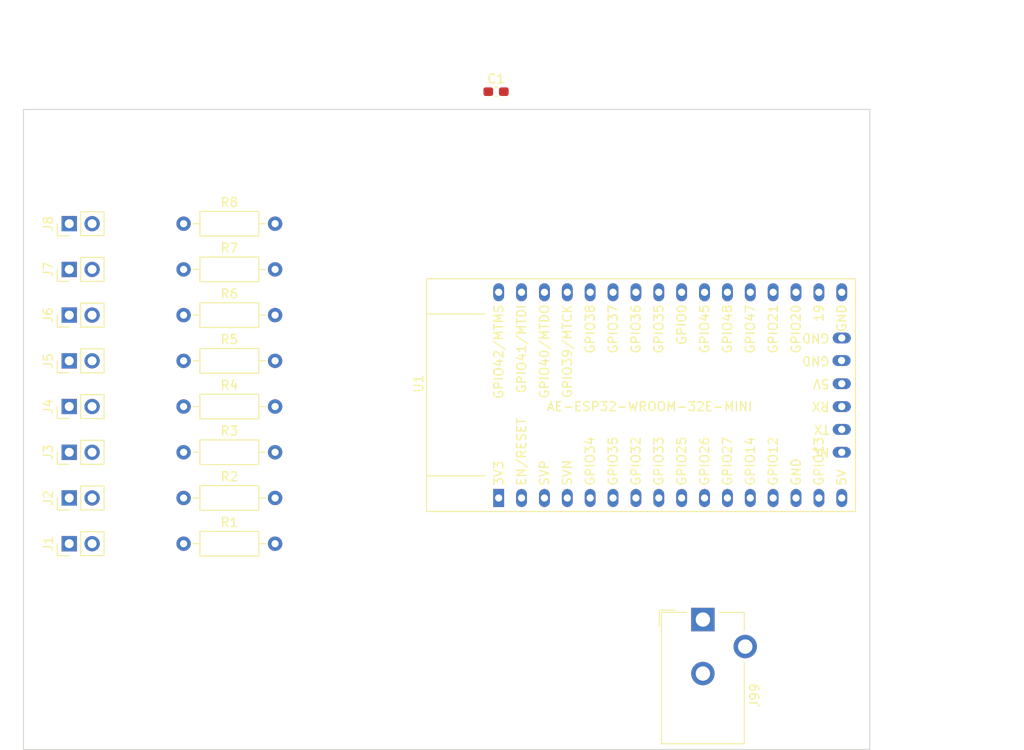
<source format=kicad_pcb>
(kicad_pcb (version 20221018) (generator pcbnew)
  (layers (0 "F.Cu" signal) (31 "B.Cu" signal) (34 "B.Paste" user) (35 "F.Paste" user) (36 "B.SilkS" user "B.Silkscreen") (37 "F.SilkS" user "F.Silkscreen") (38 "B.Mask" user) (39 "F.Mask" user) (44 "Edge.Cuts" user))
  (net 0 "")
  (net 1 "GND")
  (net 2 "+5V")
  (net 25 "Net-(U1-EN{slash}RESET)")
  (net 26 "Net-(J1-Pin_1)")
  (net 27 "/LED1")
  (net 28 "Net-(J2-Pin_1)")
  (net 29 "/LED2")
  (net 30 "Net-(J3-Pin_1)")
  (net 31 "/LED3")
  (net 32 "Net-(J4-Pin_1)")
  (net 33 "/LED4")
  (net 34 "Net-(J5-Pin_1)")
  (net 35 "/LED5")
  (net 36 "Net-(J6-Pin_1)")
  (net 37 "/LED6")
  (net 38 "Net-(J7-Pin_1)")
  (net 39 "/LED7")
  (net 40 "Net-(J8-Pin_1)")
  (net 41 "/LED8")
  (footprint "Resistor_THT:R_Axial_DIN0207_L6.3mm_D2.5mm_P10.16mm_Horizontal" (layer "F.Cu") (at 119.38 91.44)
    (fp_text reference "R5" (at 5.08 -2.37) (layer "F.SilkS"))
    (fp_text value "1k")
    (fp_line (start 1.04 0) (end 1.81 0) (stroke (width 0.12)) (layer "F.SilkS"))
    (fp_line (start 1.81 -1.37) (end 1.81 1.37) (stroke (width 0.12)) (layer "F.SilkS"))
    (fp_line (start 1.81 1.37) (end 8.35 1.37) (stroke (width 0.12)) (layer "F.SilkS"))
    (fp_line (start 8.35 -1.37) (end 1.81 -1.37) (stroke (width 0.12)) (layer "F.SilkS"))
    (fp_line (start 8.35 1.37) (end 8.35 -1.37) (stroke (width 0.12)) (layer "F.SilkS"))
    (fp_line (start 9.12 0) (end 8.35 0) (stroke (width 0.12)) (layer "F.SilkS"))
    (pad "1" thru_hole circle (at 0 0) (size 1.6 1.6) (drill 0.8) (layers "*.Cu" "*.Mask") (net 34 "Net-(J5-Pin_1)"))
    (pad "2" thru_hole oval (at 10.16 0) (size 1.6 1.6) (drill 0.8) (layers "*.Cu" "*.Mask") (net 35 "/LED5"))
  )
  (footprint "MountingHole:MountingHole_2.2mm_M2" (layer "F.Cu") (at 104.14 119.38)
    (fp_text reference "H2" hide)
    (fp_text value "MountingHole")
    (pad "" np_thru_hole circle (at 0 0) (size 2.2 2.2) (drill 2.2) (layers "*.Cu" "*.Mask"))
  )
  (footprint "MountingHole:MountingHole_2.2mm_M2" (layer "F.Cu") (at 190.5 66.04)
    (fp_text reference "H3" hide)
    (fp_text value "MountingHole")
    (pad "" np_thru_hole circle (at 0 0) (size 2.2 2.2) (drill 2.2) (layers "*.Cu" "*.Mask"))
  )
  (footprint "Resistor_THT:R_Axial_DIN0207_L6.3mm_D2.5mm_P10.16mm_Horizontal" (layer "F.Cu") (at 119.38 86.36)
    (fp_text reference "R6" (at 5.08 -2.37) (layer "F.SilkS"))
    (fp_text value "1k")
    (fp_line (start 1.04 0) (end 1.81 0) (stroke (width 0.12)) (layer "F.SilkS"))
    (fp_line (start 1.81 -1.37) (end 1.81 1.37) (stroke (width 0.12)) (layer "F.SilkS"))
    (fp_line (start 1.81 1.37) (end 8.35 1.37) (stroke (width 0.12)) (layer "F.SilkS"))
    (fp_line (start 8.35 -1.37) (end 1.81 -1.37) (stroke (width 0.12)) (layer "F.SilkS"))
    (fp_line (start 8.35 1.37) (end 8.35 -1.37) (stroke (width 0.12)) (layer "F.SilkS"))
    (fp_line (start 9.12 0) (end 8.35 0) (stroke (width 0.12)) (layer "F.SilkS"))
    (pad "1" thru_hole circle (at 0 0) (size 1.6 1.6) (drill 0.8) (layers "*.Cu" "*.Mask") (net 36 "Net-(J6-Pin_1)"))
    (pad "2" thru_hole oval (at 10.16 0) (size 1.6 1.6) (drill 0.8) (layers "*.Cu" "*.Mask") (net 37 "/LED6"))
  )
  (footprint "Connector_BarrelJack:BarrelJack_CUI_PJ-102AH_Horizontal" (layer "F.Cu") (at 177.05 120.19)
    (fp_text reference "J99" (at 5.75 8.45 90) (layer "F.SilkS"))
    (fp_text value "Barrel_Jack")
    (fp_line (start -4.84 -1.04) (end -3.1 -1.04) (stroke (width 0.12)) (layer "F.SilkS"))
    (fp_line (start -4.84 0.7) (end -4.84 -1.04) (stroke (width 0.12)) (layer "F.SilkS"))
    (fp_line (start -4.6 -0.8) (end -1.8 -0.8) (stroke (width 0.12)) (layer "F.SilkS"))
    (fp_line (start -4.6 13.8) (end -4.6 -0.8) (stroke (width 0.12)) (layer "F.SilkS"))
    (fp_line (start 1.8 -0.8) (end 4.6 -0.8) (stroke (width 0.12)) (layer "F.SilkS"))
    (fp_line (start 4.6 -0.8) (end 4.6 1.2) (stroke (width 0.12)) (layer "F.SilkS"))
    (fp_line (start 4.6 4.8) (end 4.6 13.8) (stroke (width 0.12)) (layer "F.SilkS"))
    (fp_line (start 4.6 13.8) (end -4.6 13.8) (stroke (width 0.12)) (layer "F.SilkS"))
    (pad "1" thru_hole rect (at 0 0) (size 2.6 2.6) (drill 1.6) (layers "*.Cu" "*.Mask") (net 2 "+5V"))
    (pad "2" thru_hole circle (at 0 6) (size 2.6 2.6) (drill 1.6) (layers "*.Cu" "*.Mask") (net 1 "GND"))
    (pad "3" thru_hole circle (at 4.7 3) (size 2.6 2.6) (drill 1.6) (layers "*.Cu" "*.Mask"))
  )
  (footprint "Connector_PinHeader_2.54mm:PinHeader_1x02_P2.54mm_Vertical" (layer "F.Cu") (at 106.68 76.2 90)
    (fp_text reference "J8" (at 0 -2.33 90) (layer "F.SilkS"))
    (fp_text value "Conn_01x02_Pin")
    (fp_line (start -1.33 -1.33) (end 0 -1.33) (stroke (width 0.12)) (layer "F.SilkS"))
    (fp_line (start -1.33 0) (end -1.33 -1.33) (stroke (width 0.12)) (layer "F.SilkS"))
    (fp_line (start -1.33 1.27) (end -1.33 3.87) (stroke (width 0.12)) (layer "F.SilkS"))
    (fp_line (start -1.33 1.27) (end 1.33 1.27) (stroke (width 0.12)) (layer "F.SilkS"))
    (fp_line (start -1.33 3.87) (end 1.33 3.87) (stroke (width 0.12)) (layer "F.SilkS"))
    (fp_line (start 1.33 1.27) (end 1.33 3.87) (stroke (width 0.12)) (layer "F.SilkS"))
    (pad "1" thru_hole rect (at 0 0 90) (size 1.7 1.7) (drill 1) (layers "*.Cu" "*.Mask") (net 40 "Net-(J8-Pin_1)"))
    (pad "2" thru_hole oval (at 0 2.54 90) (size 1.7 1.7) (drill 1) (layers "*.Cu" "*.Mask") (net 1 "GND"))
  )
  (footprint "sasimaniki:AE-ESP32-WROOM-32E-MINI" (layer "F.Cu") (at 154.37 106.68 90)
    (fp_text reference "U1" (at 12.7 -8.89 90) (layer "F.SilkS"))
    (fp_text value "AE-ESP32-WROOM-32E-MINI" (at 10.16 16.76128) (layer "F.SilkS"))
    (fp_text user "GND" (at 17.78 36.83 180 unlocked) (layer "F.SilkS") (effects (justify left)))
    (fp_text user "GPIO34" (at 1.27 10.16 90 unlocked) (layer "F.SilkS") (effects (justify left)))
    (fp_text user "19" (at 21.59 35.56 90 unlocked) (layer "F.SilkS") (effects (justify right)))
    (fp_text user "GND" (at 1.27 33.02 90 unlocked) (layer "F.SilkS") (effects (justify left)))
    (fp_text user "GPIO21" (at 21.59 30.48 90 unlocked) (layer "F.SilkS") (effects (justify right)))
    (fp_text user "EN/RESET" (at 1.27 2.54 90 unlocked) (layer "F.SilkS") (effects (justify left)))
    (fp_text user "GPIO36" (at 21.59 15.24 90 unlocked) (layer "F.SilkS") (effects (justify right)))
    (fp_text user "5V" (at 12.7 36.83 180 unlocked) (layer "F.SilkS") (effects (justify left)))
    (fp_text user "TX" (at 7.62 36.83 180 unlocked) (layer "F.SilkS") (effects (justify left)))
    (fp_text user "GPIO40/MTDO" (at 21.59 5.08 90 unlocked) (layer "F.SilkS") (effects (justify right)))
    (fp_text user "GPIO42/MTMS" (at 21.59 0 90 unlocked) (layer "F.SilkS") (effects (justify right)))
    (fp_text user "GPIO37" (at 21.59 12.7 90 unlocked) (layer "F.SilkS") (effects (justify right)))
    (fp_text user "GPIO48" (at 21.59 25.4 90 unlocked) (layer "F.SilkS") (effects (justify right)))
    (fp_text user "GPIO13" (at 1.27 35.56 90 unlocked) (layer "F.SilkS") (effects (justify left)))
    (fp_text user "5V" (at 1.27 38.1 90 unlocked) (layer "F.SilkS") (effects (justify left)))
    (fp_text user "GPIO26" (at 1.27 22.86 90 unlocked) (layer "F.SilkS") (effects (justify left)))
    (fp_text user "GPIO20" (at 21.59 33.02 90 unlocked) (layer "F.SilkS") (effects (justify right)))
    (fp_text user "GPIO39/MTCK" (at 21.59 7.62 90 unlocked) (layer "F.SilkS") (effects (justify right)))
    (fp_text user "SVN" (at 1.27 7.62 90 unlocked) (layer "F.SilkS") (effects (justify left)))
    (fp_text user "GPIO12" (at 1.27 30.48 90 unlocked) (layer "F.SilkS") (effects (justify left)))
    (fp_text user "GPIO35" (at 1.27 12.7 90 unlocked) (layer "F.SilkS") (effects (justify left)))
    (fp_text user "GPIO41/MTDI" (at 21.59 2.54 90 unlocked) (layer "F.SilkS") (effects (justify right)))
    (fp_text user "GPIO32" (at 1.27 15.24 90 unlocked) (layer "F.SilkS") (effects (justify left)))
    (fp_text user "GPIO33" (at 1.27 17.78 90 unlocked) (layer "F.SilkS") (effects (justify left)))
    (fp_text user "NC" (at 5.08 36.83 180 unlocked) (layer "F.SilkS") (effects (justify left)))
    (fp_text user "SVP" (at 1.27 5.08 90 unlocked) (layer "F.SilkS") (effects (justify left)))
    (fp_text user "GPIO14" (at 1.27 27.94 90 unlocked) (layer "F.SilkS") (effects (justify left)))
    (fp_text user "GND" (at 15.24 36.83 180 unlocked) (layer "F.SilkS") (effects (justify left)))
    (fp_text user "GPIO38" (at 21.59 10.16 90 unlocked) (layer "F.SilkS") (effects (justify right)))
    (fp_text user "GPIO45" (at 21.59 22.86 90 unlocked) (layer "F.SilkS") (effects (justify right)))
    (fp_text user "GPIO35" (at 21.59 17.78 90 unlocked) (layer "F.SilkS") (effects (justify right)))
    (fp_text user "RX" (at 10.16 36.83 180 unlocked) (layer "F.SilkS") (effects (justify left)))
    (fp_text user "GPIO47" (at 21.59 27.94 90 unlocked) (layer "F.SilkS") (effects (justify right)))
    (fp_text user "3V3" (at 1.27 0 90 unlocked) (layer "F.SilkS") (effects (justify left)))
    (fp_text user "GND" (at 21.59 38.1 90 unlocked) (layer "F.SilkS") (effects (justify right)))
    (fp_text user "GPIO25" (at 1.27 20.32 90 unlocked) (layer "F.SilkS") (effects (justify left)))
    (fp_text user "GPIO0" (at 21.59 20.32 90 unlocked) (layer "F.SilkS") (effects (justify right)))
    (fp_text user "GPIO27" (at 1.27 25.4 90 unlocked) (layer "F.SilkS") (effects (justify left)))
    (fp_line (start -1.5 -8) (end -1.5 39.62) (stroke (width 0.12)) (layer "F.SilkS"))
    (fp_line (start -1.5 39.62) (end 24.359999 39.62) (stroke (width 0.12)) (layer "F.SilkS"))
    (fp_line (start 2.46012 -1.5) (end 2.46012 -8) (stroke (width 0.12)) (layer "F.SilkS"))
    (fp_line (start 20.44332 -8) (end 20.44332 -1.5) (stroke (width 0.12)) (layer "F.SilkS"))
    (fp_line (start 24.359999 39.62) (end 24.36 -8) (stroke (width 0.12)) (layer "F.SilkS"))
    (fp_line (start 24.36 -8) (end -1.5 -8) (stroke (width 0.12)) (layer "F.SilkS"))
    (pad "1" thru_hole rect (at 0 0) (size 1.2 2) (drill 0.8) (layers "*.Cu" "*.Mask"))
    (pad "2" thru_hole oval (at 0 2.54) (size 1.2 2) (drill 0.8) (layers "*.Cu" "*.Mask") (net 25 "Net-(U1-EN{slash}RESET)"))
    (pad "3" thru_hole oval (at 0 5.08) (size 1.2 2) (drill 0.8) (layers "*.Cu" "*.Mask"))
    (pad "4" thru_hole oval (at 0 7.62) (size 1.2 2) (drill 0.8) (layers "*.Cu" "*.Mask"))
    (pad "5" thru_hole oval (at 0 10.16) (size 1.2 2) (drill 0.8) (layers "*.Cu" "*.Mask"))
    (pad "6" thru_hole oval (at 0 12.7) (size 1.2 2) (drill 0.8) (layers "*.Cu" "*.Mask"))
    (pad "7" thru_hole oval (at 0 15.24) (size 1.2 2) (drill 0.8) (layers "*.Cu" "*.Mask"))
    (pad "8" thru_hole oval (at 0 17.78) (size 1.2 2) (drill 0.8) (layers "*.Cu" "*.Mask"))
    (pad "9" thru_hole oval (at 0 20.32) (size 1.2 2) (drill 0.8) (layers "*.Cu" "*.Mask"))
    (pad "10" thru_hole oval (at 0 22.86) (size 1.2 2) (drill 0.8) (layers "*.Cu" "*.Mask"))
    (pad "11" thru_hole oval (at 0 25.4) (size 1.2 2) (drill 0.8) (layers "*.Cu" "*.Mask"))
    (pad "12" thru_hole oval (at 0 27.94) (size 1.2 2) (drill 0.8) (layers "*.Cu" "*.Mask"))
    (pad "13" thru_hole oval (at 0 30.48) (size 1.2 2) (drill 0.8) (layers "*.Cu" "*.Mask") (net 27 "/LED1"))
    (pad "14" thru_hole oval (at 0 33.02) (size 1.2 2) (drill 0.8) (layers "*.Cu" "*.Mask") (net 1 "GND"))
    (pad "15" thru_hole oval (at 0 35.56) (size 1.2 2) (drill 0.8) (layers "*.Cu" "*.Mask"))
    (pad "16" thru_hole oval (at 0 38.1) (size 1.2 2) (drill 0.8) (layers "*.Cu" "*.Mask") (net 2 "+5V"))
    (pad "17" thru_hole oval (at 22.86 27.94) (size 1.2 2) (drill 0.8) (layers "*.Cu" "*.Mask"))
    (pad "18" thru_hole oval (at 22.86 30.48) (size 1.2 2) (drill 0.8) (layers "*.Cu" "*.Mask"))
    (pad "19" thru_hole oval (at 22.86 33.02) (size 1.2 2) (drill 0.8) (layers "*.Cu" "*.Mask"))
    (pad "20" thru_hole oval (at 22.85632 35.55728) (size 1.2 2) (drill 0.8) (layers "*.Cu" "*.Mask"))
    (pad "21" thru_hole oval (at 22.85632 38.09728) (size 1.2 2) (drill 0.8) (layers "*.Cu" "*.Mask") (net 29 "/LED2"))
    (pad "22" thru_hole oval (at 22.86 25.4) (size 1.2 2) (drill 0.8) (layers "*.Cu" "*.Mask") (net 31 "/LED3"))
    (pad "23" thru_hole oval (at 22.86 22.86) (size 1.2 2) (drill 0.8) (layers "*.Cu" "*.Mask"))
    (pad "24" thru_hole oval (at 22.86 20.32) (size 1.2 2) (drill 0.8) (layers "*.Cu" "*.Mask") (net 33 "/LED4"))
    (pad "25" thru_hole oval (at 22.86 17.78) (size 1.2 2) (drill 0.8) (layers "*.Cu" "*.Mask") (net 35 "/LED5"))
    (pad "26" thru_hole oval (at 22.86 15.24) (size 1.2 2) (drill 0.8) (layers "*.Cu" "*.Mask") (net 1 "GND"))
    (pad "27" thru_hole oval (at 22.86 12.7) (size 1.2 2) (drill 0.8) (layers "*.Cu" "*.Mask") (net 37 "/LED6"))
    (pad "28" thru_hole oval (at 22.86 10.16) (size 1.2 2) (drill 0.8) (layers "*.Cu" "*.Mask"))
    (pad "29" thru_hole oval (at 22.86 7.62) (size 1.2 2) (drill 0.8) (layers "*.Cu" "*.Mask"))
    (pad "30" thru_hole oval (at 22.86 5.08) (size 1.2 2) (drill 0.8) (layers "*.Cu" "*.Mask") (net 39 "/LED7"))
    (pad "31" thru_hole oval (at 22.86 2.54) (size 1.2 2) (drill 0.8) (layers "*.Cu" "*.Mask") (net 41 "/LED8"))
    (pad "32" thru_hole oval (at 22.86 0) (size 1.2 2) (drill 0.8) (layers "*.Cu" "*.Mask") (net 1 "GND"))
    (pad "33" thru_hole oval (at 5.08 38.1) (size 2 1.2) (drill 0.8) (layers "*.Cu" "*.Mask"))
    (pad "34" thru_hole oval (at 7.62 38.1) (size 2 1.2) (drill 0.8) (layers "*.Cu" "*.Mask"))
    (pad "35" thru_hole oval (at 10.16 38.1) (size 2 1.2) (drill 0.8) (layers "*.Cu" "*.Mask"))
    (pad "36" thru_hole oval (at 12.7 38.1) (size 2 1.2) (drill 0.8) (layers "*.Cu" "*.Mask"))
    (pad "37" thru_hole oval (at 15.274408 38.076495) (size 2 1.2) (drill 0.8) (layers "*.Cu" "*.Mask"))
    (pad "38" thru_hole oval (at 17.78 38.1) (size 2 1.2) (drill 0.8) (layers "*.Cu" "*.Mask"))
  )
  (footprint "Connector_PinHeader_2.54mm:PinHeader_1x02_P2.54mm_Vertical" (layer "F.Cu") (at 106.68 91.44 90)
    (fp_text reference "J5" (at 0 -2.33 90) (layer "F.SilkS"))
    (fp_text value "Conn_01x02_Pin")
    (fp_line (start -1.33 -1.33) (end 0 -1.33) (stroke (width 0.12)) (layer "F.SilkS"))
    (fp_line (start -1.33 0) (end -1.33 -1.33) (stroke (width 0.12)) (layer "F.SilkS"))
    (fp_line (start -1.33 1.27) (end -1.33 3.87) (stroke (width 0.12)) (layer "F.SilkS"))
    (fp_line (start -1.33 1.27) (end 1.33 1.27) (stroke (width 0.12)) (layer "F.SilkS"))
    (fp_line (start -1.33 3.87) (end 1.33 3.87) (stroke (width 0.12)) (layer "F.SilkS"))
    (fp_line (start 1.33 1.27) (end 1.33 3.87) (stroke (width 0.12)) (layer "F.SilkS"))
    (pad "1" thru_hole rect (at 0 0 90) (size 1.7 1.7) (drill 1) (layers "*.Cu" "*.Mask") (net 34 "Net-(J5-Pin_1)"))
    (pad "2" thru_hole oval (at 0 2.54 90) (size 1.7 1.7) (drill 1) (layers "*.Cu" "*.Mask") (net 1 "GND"))
  )
  (footprint "Resistor_THT:R_Axial_DIN0207_L6.3mm_D2.5mm_P10.16mm_Horizontal" (layer "F.Cu") (at 119.38 81.28)
    (fp_text reference "R7" (at 5.08 -2.37) (layer "F.SilkS"))
    (fp_text value "1k")
    (fp_line (start 1.04 0) (end 1.81 0) (stroke (width 0.12)) (layer "F.SilkS"))
    (fp_line (start 1.81 -1.37) (end 1.81 1.37) (stroke (width 0.12)) (layer "F.SilkS"))
    (fp_line (start 1.81 1.37) (end 8.35 1.37) (stroke (width 0.12)) (layer "F.SilkS"))
    (fp_line (start 8.35 -1.37) (end 1.81 -1.37) (stroke (width 0.12)) (layer "F.SilkS"))
    (fp_line (start 8.35 1.37) (end 8.35 -1.37) (stroke (width 0.12)) (layer "F.SilkS"))
    (fp_line (start 9.12 0) (end 8.35 0) (stroke (width 0.12)) (layer "F.SilkS"))
    (pad "1" thru_hole circle (at 0 0) (size 1.6 1.6) (drill 0.8) (layers "*.Cu" "*.Mask") (net 38 "Net-(J7-Pin_1)"))
    (pad "2" thru_hole oval (at 10.16 0) (size 1.6 1.6) (drill 0.8) (layers "*.Cu" "*.Mask") (net 39 "/LED7"))
  )
  (footprint "Connector_PinHeader_2.54mm:PinHeader_1x02_P2.54mm_Vertical" (layer "F.Cu") (at 106.68 101.6 90)
    (fp_text reference "J3" (at 0 -2.33 90) (layer "F.SilkS"))
    (fp_text value "Conn_01x02_Pin")
    (fp_line (start -1.33 -1.33) (end 0 -1.33) (stroke (width 0.12)) (layer "F.SilkS"))
    (fp_line (start -1.33 0) (end -1.33 -1.33) (stroke (width 0.12)) (layer "F.SilkS"))
    (fp_line (start -1.33 1.27) (end -1.33 3.87) (stroke (width 0.12)) (layer "F.SilkS"))
    (fp_line (start -1.33 1.27) (end 1.33 1.27) (stroke (width 0.12)) (layer "F.SilkS"))
    (fp_line (start -1.33 3.87) (end 1.33 3.87) (stroke (width 0.12)) (layer "F.SilkS"))
    (fp_line (start 1.33 1.27) (end 1.33 3.87) (stroke (width 0.12)) (layer "F.SilkS"))
    (pad "1" thru_hole rect (at 0 0 90) (size 1.7 1.7) (drill 1) (layers "*.Cu" "*.Mask") (net 30 "Net-(J3-Pin_1)"))
    (pad "2" thru_hole oval (at 0 2.54 90) (size 1.7 1.7) (drill 1) (layers "*.Cu" "*.Mask") (net 1 "GND"))
  )
  (footprint "Connector_PinHeader_2.54mm:PinHeader_1x02_P2.54mm_Vertical" (layer "F.Cu") (at 106.68 81.28 90)
    (fp_text reference "J7" (at 0 -2.33 90) (layer "F.SilkS"))
    (fp_text value "Conn_01x02_Pin")
    (fp_line (start -1.33 -1.33) (end 0 -1.33) (stroke (width 0.12)) (layer "F.SilkS"))
    (fp_line (start -1.33 0) (end -1.33 -1.33) (stroke (width 0.12)) (layer "F.SilkS"))
    (fp_line (start -1.33 1.27) (end -1.33 3.87) (stroke (width 0.12)) (layer "F.SilkS"))
    (fp_line (start -1.33 1.27) (end 1.33 1.27) (stroke (width 0.12)) (layer "F.SilkS"))
    (fp_line (start -1.33 3.87) (end 1.33 3.87) (stroke (width 0.12)) (layer "F.SilkS"))
    (fp_line (start 1.33 1.27) (end 1.33 3.87) (stroke (width 0.12)) (layer "F.SilkS"))
    (pad "1" thru_hole rect (at 0 0 90) (size 1.7 1.7) (drill 1) (layers "*.Cu" "*.Mask") (net 38 "Net-(J7-Pin_1)"))
    (pad "2" thru_hole oval (at 0 2.54 90) (size 1.7 1.7) (drill 1) (layers "*.Cu" "*.Mask") (net 1 "GND"))
  )
  (footprint "Connector_PinHeader_2.54mm:PinHeader_1x02_P2.54mm_Vertical" (layer "F.Cu") (at 106.68 106.68 90)
    (fp_text reference "J2" (at 0 -2.33 90) (layer "F.SilkS"))
    (fp_text value "Conn_01x02_Pin")
    (fp_line (start -1.33 -1.33) (end 0 -1.33) (stroke (width 0.12)) (layer "F.SilkS"))
    (fp_line (start -1.33 0) (end -1.33 -1.33) (stroke (width 0.12)) (layer "F.SilkS"))
    (fp_line (start -1.33 1.27) (end -1.33 3.87) (stroke (width 0.12)) (layer "F.SilkS"))
    (fp_line (start -1.33 1.27) (end 1.33 1.27) (stroke (width 0.12)) (layer "F.SilkS"))
    (fp_line (start -1.33 3.87) (end 1.33 3.87) (stroke (width 0.12)) (layer "F.SilkS"))
    (fp_line (start 1.33 1.27) (end 1.33 3.87) (stroke (width 0.12)) (layer "F.SilkS"))
    (pad "1" thru_hole rect (at 0 0 90) (size 1.7 1.7) (drill 1) (layers "*.Cu" "*.Mask") (net 28 "Net-(J2-Pin_1)"))
    (pad "2" thru_hole oval (at 0 2.54 90) (size 1.7 1.7) (drill 1) (layers "*.Cu" "*.Mask") (net 1 "GND"))
  )
  (footprint "Connector_PinHeader_2.54mm:PinHeader_1x02_P2.54mm_Vertical" (layer "F.Cu") (at 106.68 96.52 90)
    (fp_text reference "J4" (at 0 -2.33 90) (layer "F.SilkS"))
    (fp_text value "Conn_01x02_Pin")
    (fp_line (start -1.33 -1.33) (end 0 -1.33) (stroke (width 0.12)) (layer "F.SilkS"))
    (fp_line (start -1.33 0) (end -1.33 -1.33) (stroke (width 0.12)) (layer "F.SilkS"))
    (fp_line (start -1.33 1.27) (end -1.33 3.87) (stroke (width 0.12)) (layer "F.SilkS"))
    (fp_line (start -1.33 1.27) (end 1.33 1.27) (stroke (width 0.12)) (layer "F.SilkS"))
    (fp_line (start -1.33 3.87) (end 1.33 3.87) (stroke (width 0.12)) (layer "F.SilkS"))
    (fp_line (start 1.33 1.27) (end 1.33 3.87) (stroke (width 0.12)) (layer "F.SilkS"))
    (pad "1" thru_hole rect (at 0 0 90) (size 1.7 1.7) (drill 1) (layers "*.Cu" "*.Mask") (net 32 "Net-(J4-Pin_1)"))
    (pad "2" thru_hole oval (at 0 2.54 90) (size 1.7 1.7) (drill 1) (layers "*.Cu" "*.Mask") (net 1 "GND"))
  )
  (footprint "Resistor_THT:R_Axial_DIN0207_L6.3mm_D2.5mm_P10.16mm_Horizontal" (layer "F.Cu") (at 119.38 96.52)
    (fp_text reference "R4" (at 5.08 -2.37) (layer "F.SilkS"))
    (fp_text value "1k")
    (fp_line (start 1.04 0) (end 1.81 0) (stroke (width 0.12)) (layer "F.SilkS"))
    (fp_line (start 1.81 -1.37) (end 1.81 1.37) (stroke (width 0.12)) (layer "F.SilkS"))
    (fp_line (start 1.81 1.37) (end 8.35 1.37) (stroke (width 0.12)) (layer "F.SilkS"))
    (fp_line (start 8.35 -1.37) (end 1.81 -1.37) (stroke (width 0.12)) (layer "F.SilkS"))
    (fp_line (start 8.35 1.37) (end 8.35 -1.37) (stroke (width 0.12)) (layer "F.SilkS"))
    (fp_line (start 9.12 0) (end 8.35 0) (stroke (width 0.12)) (layer "F.SilkS"))
    (pad "1" thru_hole circle (at 0 0) (size 1.6 1.6) (drill 0.8) (layers "*.Cu" "*.Mask") (net 32 "Net-(J4-Pin_1)"))
    (pad "2" thru_hole oval (at 10.16 0) (size 1.6 1.6) (drill 0.8) (layers "*.Cu" "*.Mask") (net 33 "/LED4"))
  )
  (footprint "Resistor_THT:R_Axial_DIN0207_L6.3mm_D2.5mm_P10.16mm_Horizontal" (layer "F.Cu") (at 119.38 111.76)
    (fp_text reference "R1" (at 5.08 -2.37) (layer "F.SilkS"))
    (fp_text value "1k")
    (fp_line (start 1.04 0) (end 1.81 0) (stroke (width 0.12)) (layer "F.SilkS"))
    (fp_line (start 1.81 -1.37) (end 1.81 1.37) (stroke (width 0.12)) (layer "F.SilkS"))
    (fp_line (start 1.81 1.37) (end 8.35 1.37) (stroke (width 0.12)) (layer "F.SilkS"))
    (fp_line (start 8.35 -1.37) (end 1.81 -1.37) (stroke (width 0.12)) (layer "F.SilkS"))
    (fp_line (start 8.35 1.37) (end 8.35 -1.37) (stroke (width 0.12)) (layer "F.SilkS"))
    (fp_line (start 9.12 0) (end 8.35 0) (stroke (width 0.12)) (layer "F.SilkS"))
    (pad "1" thru_hole circle (at 0 0) (size 1.6 1.6) (drill 0.8) (layers "*.Cu" "*.Mask") (net 26 "Net-(J1-Pin_1)"))
    (pad "2" thru_hole oval (at 10.16 0) (size 1.6 1.6) (drill 0.8) (layers "*.Cu" "*.Mask") (net 27 "/LED1"))
  )
  (footprint "Capacitor_SMD:C_0603_1608Metric_Pad1.08x0.95mm_HandSolder" (layer "F.Cu") (at 154.0775 61.53)
    (fp_text reference "C1" (at 0 -1.43) (layer "F.SilkS"))
    (fp_text value "C")
    (fp_line (start -0.146267 -0.51) (end 0.146267 -0.51) (stroke (width 0.12)) (layer "F.SilkS"))
    (fp_line (start -0.146267 0.51) (end 0.146267 0.51) (stroke (width 0.12)) (layer "F.SilkS"))
    (pad "1" smd roundrect (at -0.8625 0) (size 1.075 0.95) (layers "F.Cu" "F.Paste" "F.Mask") (net 25 "Net-(U1-EN{slash}RESET)"))
    (pad "2" smd roundrect (at 0.8625 0) (size 1.075 0.95) (layers "F.Cu" "F.Paste" "F.Mask") (net 1 "GND"))
  )
  (footprint "Resistor_THT:R_Axial_DIN0207_L6.3mm_D2.5mm_P10.16mm_Horizontal" (layer "F.Cu") (at 119.38 106.68)
    (fp_text reference "R2" (at 5.08 -2.37) (layer "F.SilkS"))
    (fp_text value "1k")
    (fp_line (start 1.04 0) (end 1.81 0) (stroke (width 0.12)) (layer "F.SilkS"))
    (fp_line (start 1.81 -1.37) (end 1.81 1.37) (stroke (width 0.12)) (layer "F.SilkS"))
    (fp_line (start 1.81 1.37) (end 8.35 1.37) (stroke (width 0.12)) (layer "F.SilkS"))
    (fp_line (start 8.35 -1.37) (end 1.81 -1.37) (stroke (width 0.12)) (layer "F.SilkS"))
    (fp_line (start 8.35 1.37) (end 8.35 -1.37) (stroke (width 0.12)) (layer "F.SilkS"))
    (fp_line (start 9.12 0) (end 8.35 0) (stroke (width 0.12)) (layer "F.SilkS"))
    (pad "1" thru_hole circle (at 0 0) (size 1.6 1.6) (drill 0.8) (layers "*.Cu" "*.Mask") (net 28 "Net-(J2-Pin_1)"))
    (pad "2" thru_hole oval (at 10.16 0) (size 1.6 1.6) (drill 0.8) (layers "*.Cu" "*.Mask") (net 29 "/LED2"))
  )
  (footprint "Resistor_THT:R_Axial_DIN0207_L6.3mm_D2.5mm_P10.16mm_Horizontal" (layer "F.Cu") (at 119.38 76.2)
    (fp_text reference "R8" (at 5.08 -2.37) (layer "F.SilkS"))
    (fp_text value "1k")
    (fp_line (start 1.04 0) (end 1.81 0) (stroke (width 0.12)) (layer "F.SilkS"))
    (fp_line (start 1.81 -1.37) (end 1.81 1.37) (stroke (width 0.12)) (layer "F.SilkS"))
    (fp_line (start 1.81 1.37) (end 8.35 1.37) (stroke (width 0.12)) (layer "F.SilkS"))
    (fp_line (start 8.35 -1.37) (end 1.81 -1.37) (stroke (width 0.12)) (layer "F.SilkS"))
    (fp_line (start 8.35 1.37) (end 8.35 -1.37) (stroke (width 0.12)) (layer "F.SilkS"))
    (fp_line (start 9.12 0) (end 8.35 0) (stroke (width 0.12)) (layer "F.SilkS"))
    (pad "1" thru_hole circle (at 0 0) (size 1.6 1.6) (drill 0.8) (layers "*.Cu" "*.Mask") (net 40 "Net-(J8-Pin_1)"))
    (pad "2" thru_hole oval (at 10.16 0) (size 1.6 1.6) (drill 0.8) (layers "*.Cu" "*.Mask") (net 41 "/LED8"))
  )
  (footprint "Connector_PinHeader_2.54mm:PinHeader_1x02_P2.54mm_Vertical" (layer "F.Cu") (at 106.68 111.76 90)
    (fp_text reference "J1" (at 0 -2.33 90) (layer "F.SilkS"))
    (fp_text value "Conn_01x02_Pin")
    (fp_line (start -1.33 -1.33) (end 0 -1.33) (stroke (width 0.12)) (layer "F.SilkS"))
    (fp_line (start -1.33 0) (end -1.33 -1.33) (stroke (width 0.12)) (layer "F.SilkS"))
    (fp_line (start -1.33 1.27) (end -1.33 3.87) (stroke (width 0.12)) (layer "F.SilkS"))
    (fp_line (start -1.33 1.27) (end 1.33 1.27) (stroke (width 0.12)) (layer "F.SilkS"))
    (fp_line (start -1.33 3.87) (end 1.33 3.87) (stroke (width 0.12)) (layer "F.SilkS"))
    (fp_line (start 1.33 1.27) (end 1.33 3.87) (stroke (width 0.12)) (layer "F.SilkS"))
    (pad "1" thru_hole rect (at 0 0 90) (size 1.7 1.7) (drill 1) (layers "*.Cu" "*.Mask") (net 26 "Net-(J1-Pin_1)"))
    (pad "2" thru_hole oval (at 0 2.54 90) (size 1.7 1.7) (drill 1) (layers "*.Cu" "*.Mask") (net 1 "GND"))
  )
  (footprint "MountingHole:MountingHole_2.2mm_M2" (layer "F.Cu") (at 106.68 66.04)
    (fp_text reference "H1" hide)
    (fp_text value "MountingHole")
    (pad "" np_thru_hole circle (at 0 0) (size 2.2 2.2) (drill 2.2) (layers "*.Cu" "*.Mask"))
  )
  (footprint "Resistor_THT:R_Axial_DIN0207_L6.3mm_D2.5mm_P10.16mm_Horizontal" (layer "F.Cu") (at 119.38 101.6)
    (fp_text reference "R3" (at 5.08 -2.37) (layer "F.SilkS"))
    (fp_text value "1k")
    (fp_line (start 1.04 0) (end 1.81 0) (stroke (width 0.12)) (layer "F.SilkS"))
    (fp_line (start 1.81 -1.37) (end 1.81 1.37) (stroke (width 0.12)) (layer "F.SilkS"))
    (fp_line (start 1.81 1.37) (end 8.35 1.37) (stroke (width 0.12)) (layer "F.SilkS"))
    (fp_line (start 8.35 -1.37) (end 1.81 -1.37) (stroke (width 0.12)) (layer "F.SilkS"))
    (fp_line (start 8.35 1.37) (end 8.35 -1.37) (stroke (width 0.12)) (layer "F.SilkS"))
    (fp_line (start 9.12 0) (end 8.35 0) (stroke (width 0.12)) (layer "F.SilkS"))
    (pad "1" thru_hole circle (at 0 0) (size 1.6 1.6) (drill 0.8) (layers "*.Cu" "*.Mask") (net 30 "Net-(J3-Pin_1)"))
    (pad "2" thru_hole oval (at 10.16 0) (size 1.6 1.6) (drill 0.8) (layers "*.Cu" "*.Mask") (net 31 "/LED3"))
  )
  (footprint "Connector_PinHeader_2.54mm:PinHeader_1x02_P2.54mm_Vertical" (layer "F.Cu") (at 106.68 86.36 90)
    (fp_text reference "J6" (at 0 -2.33 90) (layer "F.SilkS"))
    (fp_text value "Conn_01x02_Pin")
    (fp_line (start -1.33 -1.33) (end 0 -1.33) (stroke (width 0.12)) (layer "F.SilkS"))
    (fp_line (start -1.33 0) (end -1.33 -1.33) (stroke (width 0.12)) (layer "F.SilkS"))
    (fp_line (start -1.33 1.27) (end -1.33 3.87) (stroke (width 0.12)) (layer "F.SilkS"))
    (fp_line (start -1.33 1.27) (end 1.33 1.27) (stroke (width 0.12)) (layer "F.SilkS"))
    (fp_line (start -1.33 3.87) (end 1.33 3.87) (stroke (width 0.12)) (layer "F.SilkS"))
    (fp_line (start 1.33 1.27) (end 1.33 3.87) (stroke (width 0.12)) (layer "F.SilkS"))
    (pad "1" thru_hole rect (at 0 0 90) (size 1.7 1.7) (drill 1) (layers "*.Cu" "*.Mask") (net 36 "Net-(J6-Pin_1)"))
    (pad "2" thru_hole oval (at 0 2.54 90) (size 1.7 1.7) (drill 1) (layers "*.Cu" "*.Mask") (net 1 "GND"))
  )
  (footprint "MountingHole:MountingHole_2.2mm_M2" (layer "F.Cu") (at 190.5 119.38)
    (fp_text reference "H4" hide)
    (fp_text value "MountingHole")
    (pad "" np_thru_hole circle (at 0 0) (size 2.2 2.2) (drill 2.2) (layers "*.Cu" "*.Mask"))
  )
  (gr_line (start 195.58 63.5) (end 195.58 134.62) (stroke (width 0.1)) (layer "Edge.Cuts"))
  (gr_line (start 101.6 63.5) (end 195.58 63.5) (stroke (width 0.1)) (layer "Edge.Cuts"))
  (gr_line (start 101.6 134.62) (end 101.6 63.5) (stroke (width 0.1)) (layer "Edge.Cuts"))
  (gr_line (start 195.58 134.62) (end 101.6 134.62) (stroke (width 0.1)) (layer "Edge.Cuts"))
)
</source>
